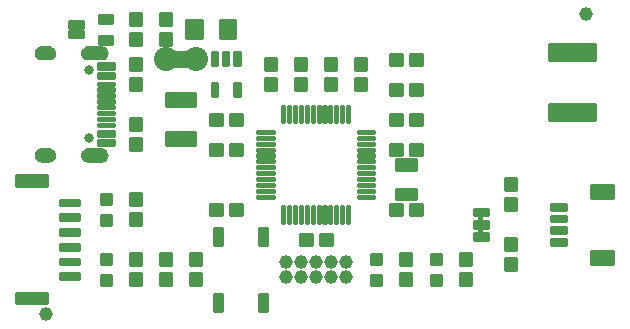
<source format=gts>
G04 EAGLE Gerber RS-274X export*
G75*
%MOMM*%
%FSLAX34Y34*%
%LPD*%
%INSoldermask Top*%
%IPPOS*%
%AMOC8*
5,1,8,0,0,1.08239X$1,22.5*%
G01*
%ADD10C,1.152400*%
%ADD11C,0.253525*%
%ADD12C,0.252862*%
%ADD13C,0.248381*%
%ADD14C,0.251966*%
%ADD15C,2.032000*%
%ADD16C,0.243431*%
%ADD17C,0.449434*%
%ADD18C,0.253344*%
%ADD19C,0.255816*%
%ADD20C,0.802400*%
%ADD21C,0.264381*%
%ADD22C,0.257147*%
%ADD23C,0.255116*%
%ADD24C,0.246888*%

G36*
X73004Y227654D02*
X73004Y227654D01*
X73007Y227651D01*
X74129Y227806D01*
X74134Y227811D01*
X74138Y227808D01*
X75209Y228179D01*
X75213Y228185D01*
X75218Y228183D01*
X76195Y228756D01*
X76198Y228762D01*
X76203Y228761D01*
X77050Y229514D01*
X77052Y229521D01*
X77057Y229521D01*
X77741Y230424D01*
X77741Y230431D01*
X77746Y230432D01*
X78241Y231451D01*
X78239Y231458D01*
X78244Y231460D01*
X78531Y232557D01*
X78529Y232561D01*
X78531Y232562D01*
X78529Y232564D01*
X78532Y232566D01*
X78599Y233697D01*
X78597Y233701D01*
X78599Y233703D01*
X78532Y234834D01*
X78527Y234839D01*
X78531Y234843D01*
X78244Y235940D01*
X78238Y235944D01*
X78241Y235949D01*
X77746Y236968D01*
X77740Y236971D01*
X77741Y236976D01*
X77057Y237879D01*
X77050Y237881D01*
X77050Y237886D01*
X76203Y238639D01*
X76196Y238639D01*
X76195Y238644D01*
X75218Y239217D01*
X75211Y239216D01*
X75209Y239221D01*
X74138Y239592D01*
X74132Y239589D01*
X74129Y239594D01*
X73007Y239749D01*
X73002Y239746D01*
X73000Y239749D01*
X61000Y239749D01*
X60995Y239746D01*
X60992Y239749D01*
X59725Y239544D01*
X59719Y239538D01*
X59715Y239541D01*
X58525Y239059D01*
X58521Y239052D01*
X58515Y239054D01*
X57462Y238320D01*
X57460Y238312D01*
X57454Y238313D01*
X56591Y237363D01*
X56590Y237354D01*
X56585Y237354D01*
X55955Y236235D01*
X55956Y236227D01*
X55950Y236225D01*
X55585Y234995D01*
X55588Y234987D01*
X55583Y234984D01*
X55501Y233703D01*
X55504Y233699D01*
X55501Y233697D01*
X55583Y232416D01*
X55589Y232410D01*
X55585Y232405D01*
X55950Y231175D01*
X55957Y231170D01*
X55955Y231165D01*
X56585Y230046D01*
X56592Y230043D01*
X56591Y230037D01*
X57454Y229087D01*
X57462Y229086D01*
X57462Y229080D01*
X58515Y228346D01*
X58523Y228346D01*
X58525Y228341D01*
X59715Y227859D01*
X59722Y227861D01*
X59725Y227856D01*
X60992Y227651D01*
X60997Y227654D01*
X61000Y227651D01*
X73000Y227651D01*
X73004Y227654D01*
G37*
G36*
X73004Y141254D02*
X73004Y141254D01*
X73007Y141251D01*
X74129Y141406D01*
X74134Y141411D01*
X74138Y141408D01*
X75209Y141779D01*
X75213Y141785D01*
X75218Y141783D01*
X76195Y142356D01*
X76198Y142362D01*
X76203Y142361D01*
X77050Y143114D01*
X77052Y143121D01*
X77057Y143121D01*
X77741Y144024D01*
X77741Y144031D01*
X77746Y144032D01*
X78241Y145051D01*
X78239Y145058D01*
X78244Y145060D01*
X78531Y146157D01*
X78529Y146161D01*
X78531Y146162D01*
X78529Y146164D01*
X78532Y146166D01*
X78599Y147297D01*
X78597Y147301D01*
X78599Y147303D01*
X78532Y148434D01*
X78527Y148439D01*
X78531Y148443D01*
X78244Y149540D01*
X78238Y149544D01*
X78241Y149549D01*
X77746Y150568D01*
X77740Y150571D01*
X77741Y150576D01*
X77057Y151479D01*
X77050Y151481D01*
X77050Y151486D01*
X76203Y152239D01*
X76196Y152239D01*
X76195Y152244D01*
X75218Y152817D01*
X75211Y152816D01*
X75209Y152821D01*
X74138Y153192D01*
X74132Y153189D01*
X74129Y153194D01*
X73007Y153349D01*
X73002Y153346D01*
X73000Y153349D01*
X61000Y153349D01*
X60995Y153346D01*
X60992Y153349D01*
X59725Y153144D01*
X59719Y153138D01*
X59715Y153141D01*
X58525Y152659D01*
X58521Y152652D01*
X58515Y152654D01*
X57462Y151920D01*
X57460Y151912D01*
X57454Y151913D01*
X56591Y150963D01*
X56590Y150954D01*
X56585Y150954D01*
X55955Y149835D01*
X55956Y149827D01*
X55950Y149825D01*
X55585Y148595D01*
X55588Y148587D01*
X55583Y148584D01*
X55501Y147303D01*
X55504Y147299D01*
X55501Y147297D01*
X55583Y146016D01*
X55589Y146010D01*
X55585Y146005D01*
X55950Y144775D01*
X55957Y144770D01*
X55955Y144765D01*
X56585Y143646D01*
X56592Y143643D01*
X56591Y143637D01*
X57454Y142687D01*
X57462Y142686D01*
X57462Y142680D01*
X58515Y141946D01*
X58523Y141946D01*
X58525Y141941D01*
X59715Y141459D01*
X59722Y141461D01*
X59725Y141456D01*
X60992Y141251D01*
X60997Y141254D01*
X61000Y141251D01*
X73000Y141251D01*
X73004Y141254D01*
G37*
G36*
X28203Y227653D02*
X28203Y227653D01*
X28205Y227651D01*
X29381Y227762D01*
X29386Y227767D01*
X29390Y227764D01*
X30522Y228102D01*
X30526Y228108D01*
X30531Y228106D01*
X31575Y228658D01*
X31578Y228665D01*
X31583Y228663D01*
X32499Y229409D01*
X32500Y229416D01*
X32506Y229416D01*
X33259Y230326D01*
X33259Y230333D01*
X33264Y230334D01*
X33825Y231373D01*
X33824Y231378D01*
X33828Y231380D01*
X33827Y231381D01*
X33829Y231382D01*
X34176Y232511D01*
X34176Y232512D01*
X34177Y232513D01*
X34174Y232517D01*
X34178Y232520D01*
X34299Y233695D01*
X34295Y233702D01*
X34299Y233706D01*
X34142Y235046D01*
X34137Y235052D01*
X34140Y235057D01*
X33689Y236328D01*
X33682Y236333D01*
X33684Y236338D01*
X32962Y237477D01*
X32954Y237480D01*
X32955Y237486D01*
X31997Y238436D01*
X31989Y238437D01*
X31988Y238443D01*
X30843Y239156D01*
X30835Y239155D01*
X30833Y239161D01*
X29557Y239601D01*
X29550Y239599D01*
X29547Y239603D01*
X28205Y239749D01*
X28202Y239747D01*
X28200Y239749D01*
X22200Y239749D01*
X22197Y239747D01*
X22194Y239749D01*
X20865Y239594D01*
X20859Y239588D01*
X20855Y239591D01*
X19594Y239144D01*
X19589Y239137D01*
X19584Y239139D01*
X18454Y238422D01*
X18451Y238415D01*
X18445Y238416D01*
X17503Y237466D01*
X17502Y237457D01*
X17496Y237457D01*
X16789Y236321D01*
X16790Y236313D01*
X16784Y236311D01*
X16348Y235046D01*
X16350Y235038D01*
X16345Y235036D01*
X16201Y233705D01*
X16205Y233699D01*
X16201Y233695D01*
X16311Y232529D01*
X16316Y232524D01*
X16313Y232520D01*
X16648Y231397D01*
X16654Y231393D01*
X16652Y231389D01*
X17200Y230353D01*
X17206Y230350D01*
X17205Y230345D01*
X17944Y229437D01*
X17951Y229435D01*
X17951Y229430D01*
X18853Y228683D01*
X18861Y228683D01*
X18861Y228678D01*
X19892Y228121D01*
X19899Y228122D01*
X19901Y228117D01*
X21020Y227773D01*
X21027Y227775D01*
X21030Y227771D01*
X22195Y227651D01*
X22198Y227653D01*
X22200Y227651D01*
X28200Y227651D01*
X28203Y227653D01*
G37*
G36*
X28203Y141253D02*
X28203Y141253D01*
X28205Y141251D01*
X29381Y141362D01*
X29386Y141367D01*
X29390Y141364D01*
X30522Y141702D01*
X30526Y141708D01*
X30531Y141706D01*
X31575Y142258D01*
X31578Y142265D01*
X31583Y142263D01*
X32499Y143009D01*
X32500Y143016D01*
X32506Y143016D01*
X33259Y143926D01*
X33259Y143933D01*
X33264Y143934D01*
X33825Y144973D01*
X33824Y144978D01*
X33828Y144980D01*
X33827Y144981D01*
X33829Y144982D01*
X34176Y146111D01*
X34176Y146112D01*
X34177Y146113D01*
X34174Y146117D01*
X34178Y146120D01*
X34299Y147295D01*
X34295Y147302D01*
X34299Y147306D01*
X34142Y148646D01*
X34137Y148652D01*
X34140Y148657D01*
X33689Y149928D01*
X33682Y149933D01*
X33684Y149938D01*
X32962Y151077D01*
X32954Y151080D01*
X32955Y151086D01*
X31997Y152036D01*
X31989Y152037D01*
X31988Y152043D01*
X30843Y152756D01*
X30835Y152755D01*
X30833Y152761D01*
X29557Y153201D01*
X29550Y153199D01*
X29547Y153203D01*
X28205Y153349D01*
X28202Y153347D01*
X28200Y153349D01*
X22200Y153349D01*
X22197Y153347D01*
X22194Y153349D01*
X20865Y153194D01*
X20859Y153188D01*
X20855Y153191D01*
X19594Y152744D01*
X19589Y152737D01*
X19584Y152739D01*
X18454Y152022D01*
X18451Y152015D01*
X18445Y152016D01*
X17503Y151066D01*
X17502Y151057D01*
X17496Y151057D01*
X16789Y149921D01*
X16790Y149913D01*
X16784Y149911D01*
X16348Y148646D01*
X16350Y148638D01*
X16345Y148636D01*
X16201Y147305D01*
X16205Y147299D01*
X16201Y147295D01*
X16311Y146129D01*
X16316Y146124D01*
X16313Y146120D01*
X16648Y144997D01*
X16654Y144993D01*
X16652Y144989D01*
X17200Y143953D01*
X17206Y143950D01*
X17205Y143945D01*
X17944Y143037D01*
X17951Y143035D01*
X17951Y143030D01*
X18853Y142283D01*
X18861Y142283D01*
X18861Y142278D01*
X19892Y141721D01*
X19899Y141722D01*
X19901Y141717D01*
X21020Y141373D01*
X21027Y141375D01*
X21030Y141371D01*
X22195Y141251D01*
X22198Y141253D01*
X22200Y141251D01*
X28200Y141251D01*
X28203Y141253D01*
G37*
G36*
X141670Y221373D02*
X141670Y221373D01*
X141736Y221375D01*
X141779Y221393D01*
X141826Y221401D01*
X141883Y221435D01*
X141943Y221460D01*
X141978Y221491D01*
X142019Y221516D01*
X142061Y221567D01*
X142109Y221611D01*
X142131Y221653D01*
X142160Y221690D01*
X142181Y221752D01*
X142212Y221811D01*
X142220Y221865D01*
X142232Y221902D01*
X142231Y221942D01*
X142239Y221996D01*
X142239Y235204D01*
X142228Y235269D01*
X142226Y235335D01*
X142208Y235378D01*
X142200Y235425D01*
X142166Y235482D01*
X142141Y235542D01*
X142110Y235577D01*
X142085Y235618D01*
X142034Y235660D01*
X141990Y235708D01*
X141948Y235730D01*
X141911Y235759D01*
X141849Y235780D01*
X141790Y235811D01*
X141736Y235819D01*
X141699Y235831D01*
X141659Y235830D01*
X141605Y235838D01*
X137795Y235838D01*
X137730Y235827D01*
X137664Y235825D01*
X137621Y235807D01*
X137574Y235799D01*
X137517Y235765D01*
X137457Y235740D01*
X137422Y235709D01*
X137381Y235684D01*
X137340Y235633D01*
X137291Y235589D01*
X137269Y235547D01*
X137240Y235510D01*
X137219Y235448D01*
X137188Y235389D01*
X137180Y235335D01*
X137168Y235298D01*
X137169Y235258D01*
X137161Y235204D01*
X137161Y221996D01*
X137172Y221931D01*
X137174Y221865D01*
X137192Y221822D01*
X137200Y221775D01*
X137234Y221718D01*
X137259Y221658D01*
X137290Y221623D01*
X137315Y221582D01*
X137366Y221541D01*
X137410Y221492D01*
X137452Y221470D01*
X137489Y221441D01*
X137551Y221420D01*
X137610Y221389D01*
X137664Y221381D01*
X137701Y221369D01*
X137741Y221370D01*
X137795Y221362D01*
X141605Y221362D01*
X141670Y221373D01*
G37*
G36*
X395035Y91452D02*
X395035Y91452D01*
X395101Y91454D01*
X395144Y91472D01*
X395191Y91480D01*
X395248Y91514D01*
X395308Y91539D01*
X395343Y91570D01*
X395384Y91595D01*
X395426Y91646D01*
X395474Y91690D01*
X395496Y91732D01*
X395525Y91769D01*
X395546Y91831D01*
X395577Y91890D01*
X395585Y91944D01*
X395597Y91981D01*
X395596Y92021D01*
X395604Y92075D01*
X395604Y95885D01*
X395593Y95950D01*
X395591Y96016D01*
X395573Y96059D01*
X395565Y96106D01*
X395531Y96163D01*
X395506Y96223D01*
X395475Y96258D01*
X395450Y96299D01*
X395399Y96341D01*
X395355Y96389D01*
X395313Y96411D01*
X395276Y96440D01*
X395214Y96461D01*
X395155Y96492D01*
X395101Y96500D01*
X395064Y96512D01*
X395024Y96511D01*
X394970Y96519D01*
X392430Y96519D01*
X392365Y96508D01*
X392299Y96506D01*
X392256Y96488D01*
X392209Y96480D01*
X392152Y96446D01*
X392092Y96421D01*
X392057Y96390D01*
X392016Y96365D01*
X391975Y96314D01*
X391926Y96270D01*
X391904Y96228D01*
X391875Y96191D01*
X391854Y96129D01*
X391823Y96070D01*
X391815Y96016D01*
X391803Y95979D01*
X391803Y95975D01*
X391803Y95974D01*
X391804Y95939D01*
X391796Y95885D01*
X391796Y92075D01*
X391807Y92010D01*
X391809Y91944D01*
X391827Y91901D01*
X391835Y91854D01*
X391869Y91797D01*
X391894Y91737D01*
X391925Y91702D01*
X391950Y91661D01*
X392001Y91620D01*
X392045Y91571D01*
X392087Y91549D01*
X392124Y91520D01*
X392186Y91499D01*
X392245Y91468D01*
X392299Y91460D01*
X392336Y91448D01*
X392376Y91449D01*
X392430Y91441D01*
X394970Y91441D01*
X395035Y91452D01*
G37*
G36*
X395035Y81292D02*
X395035Y81292D01*
X395101Y81294D01*
X395144Y81312D01*
X395191Y81320D01*
X395248Y81354D01*
X395308Y81379D01*
X395343Y81410D01*
X395384Y81435D01*
X395426Y81486D01*
X395474Y81530D01*
X395496Y81572D01*
X395525Y81609D01*
X395546Y81671D01*
X395577Y81730D01*
X395585Y81784D01*
X395597Y81821D01*
X395596Y81861D01*
X395604Y81915D01*
X395604Y85725D01*
X395593Y85790D01*
X395591Y85856D01*
X395573Y85899D01*
X395565Y85946D01*
X395531Y86003D01*
X395506Y86063D01*
X395475Y86098D01*
X395450Y86139D01*
X395399Y86181D01*
X395355Y86229D01*
X395313Y86251D01*
X395276Y86280D01*
X395214Y86301D01*
X395155Y86332D01*
X395101Y86340D01*
X395064Y86352D01*
X395024Y86351D01*
X394970Y86359D01*
X392430Y86359D01*
X392365Y86348D01*
X392299Y86346D01*
X392256Y86328D01*
X392209Y86320D01*
X392152Y86286D01*
X392092Y86261D01*
X392057Y86230D01*
X392016Y86205D01*
X391975Y86154D01*
X391926Y86110D01*
X391904Y86068D01*
X391875Y86031D01*
X391854Y85969D01*
X391823Y85910D01*
X391815Y85856D01*
X391803Y85819D01*
X391803Y85815D01*
X391803Y85814D01*
X391804Y85779D01*
X391796Y85725D01*
X391796Y81915D01*
X391807Y81850D01*
X391809Y81784D01*
X391827Y81741D01*
X391835Y81694D01*
X391869Y81637D01*
X391894Y81577D01*
X391925Y81542D01*
X391950Y81501D01*
X392001Y81460D01*
X392045Y81411D01*
X392087Y81389D01*
X392124Y81360D01*
X392186Y81339D01*
X392245Y81308D01*
X392299Y81300D01*
X392336Y81288D01*
X392376Y81289D01*
X392430Y81281D01*
X394970Y81281D01*
X395035Y81292D01*
G37*
D10*
X482600Y266700D03*
X25400Y12700D03*
D11*
X181305Y182295D02*
X191295Y182295D01*
X191295Y173305D01*
X181305Y173305D01*
X181305Y182295D01*
X181305Y175713D02*
X191295Y175713D01*
X191295Y178121D02*
X181305Y178121D01*
X181305Y180529D02*
X191295Y180529D01*
X174295Y182295D02*
X164305Y182295D01*
X174295Y182295D02*
X174295Y173305D01*
X164305Y173305D01*
X164305Y182295D01*
X164305Y175713D02*
X174295Y175713D01*
X174295Y178121D02*
X164305Y178121D01*
X164305Y180529D02*
X174295Y180529D01*
X174295Y147905D02*
X164305Y147905D01*
X164305Y156895D01*
X174295Y156895D01*
X174295Y147905D01*
X174295Y150313D02*
X164305Y150313D01*
X164305Y152721D02*
X174295Y152721D01*
X174295Y155129D02*
X164305Y155129D01*
X181305Y147905D02*
X191295Y147905D01*
X181305Y147905D02*
X181305Y156895D01*
X191295Y156895D01*
X191295Y147905D01*
X191295Y150313D02*
X181305Y150313D01*
X181305Y152721D02*
X191295Y152721D01*
X191295Y155129D02*
X181305Y155129D01*
D12*
X185052Y234399D02*
X189548Y234399D01*
X189548Y223403D01*
X185052Y223403D01*
X185052Y234399D01*
X185052Y225806D02*
X189548Y225806D01*
X189548Y228209D02*
X185052Y228209D01*
X185052Y230612D02*
X189548Y230612D01*
X189548Y233015D02*
X185052Y233015D01*
X180048Y234399D02*
X175552Y234399D01*
X180048Y234399D02*
X180048Y223403D01*
X175552Y223403D01*
X175552Y234399D01*
X175552Y225806D02*
X180048Y225806D01*
X180048Y228209D02*
X175552Y228209D01*
X175552Y230612D02*
X180048Y230612D01*
X180048Y233015D02*
X175552Y233015D01*
X170548Y234399D02*
X166052Y234399D01*
X170548Y234399D02*
X170548Y223403D01*
X166052Y223403D01*
X166052Y234399D01*
X166052Y225806D02*
X170548Y225806D01*
X170548Y228209D02*
X166052Y228209D01*
X166052Y230612D02*
X170548Y230612D01*
X170548Y233015D02*
X166052Y233015D01*
X166052Y208397D02*
X170548Y208397D01*
X170548Y197401D01*
X166052Y197401D01*
X166052Y208397D01*
X166052Y199804D02*
X170548Y199804D01*
X170548Y202207D02*
X166052Y202207D01*
X166052Y204610D02*
X170548Y204610D01*
X170548Y207013D02*
X166052Y207013D01*
X185052Y208397D02*
X189548Y208397D01*
X189548Y197401D01*
X185052Y197401D01*
X185052Y208397D01*
X185052Y199804D02*
X189548Y199804D01*
X189548Y202207D02*
X185052Y202207D01*
X185052Y204610D02*
X189548Y204610D01*
X189548Y207013D02*
X185052Y207013D01*
D11*
X131495Y47295D02*
X131495Y37305D01*
X122505Y37305D01*
X122505Y47295D01*
X131495Y47295D01*
X131495Y39713D02*
X122505Y39713D01*
X122505Y42121D02*
X131495Y42121D01*
X131495Y44529D02*
X122505Y44529D01*
X122505Y46937D02*
X131495Y46937D01*
X131495Y54305D02*
X131495Y64295D01*
X131495Y54305D02*
X122505Y54305D01*
X122505Y64295D01*
X131495Y64295D01*
X131495Y56713D02*
X122505Y56713D01*
X122505Y59121D02*
X131495Y59121D01*
X131495Y61529D02*
X122505Y61529D01*
X122505Y63937D02*
X131495Y63937D01*
X211405Y219405D02*
X211405Y229395D01*
X220395Y229395D01*
X220395Y219405D01*
X211405Y219405D01*
X211405Y221813D02*
X220395Y221813D01*
X220395Y224221D02*
X211405Y224221D01*
X211405Y226629D02*
X220395Y226629D01*
X220395Y229037D02*
X211405Y229037D01*
X211405Y212395D02*
X211405Y202405D01*
X211405Y212395D02*
X220395Y212395D01*
X220395Y202405D01*
X211405Y202405D01*
X211405Y204813D02*
X220395Y204813D01*
X220395Y207221D02*
X211405Y207221D01*
X211405Y209629D02*
X220395Y209629D01*
X220395Y212037D02*
X211405Y212037D01*
X296595Y212395D02*
X296595Y202405D01*
X287605Y202405D01*
X287605Y212395D01*
X296595Y212395D01*
X296595Y204813D02*
X287605Y204813D01*
X287605Y207221D02*
X296595Y207221D01*
X296595Y209629D02*
X287605Y209629D01*
X287605Y212037D02*
X296595Y212037D01*
X296595Y219405D02*
X296595Y229395D01*
X296595Y219405D02*
X287605Y219405D01*
X287605Y229395D01*
X296595Y229395D01*
X296595Y221813D02*
X287605Y221813D01*
X287605Y224221D02*
X296595Y224221D01*
X296595Y226629D02*
X287605Y226629D01*
X287605Y229037D02*
X296595Y229037D01*
X245795Y212395D02*
X245795Y202405D01*
X236805Y202405D01*
X236805Y212395D01*
X245795Y212395D01*
X245795Y204813D02*
X236805Y204813D01*
X236805Y207221D02*
X245795Y207221D01*
X245795Y209629D02*
X236805Y209629D01*
X236805Y212037D02*
X245795Y212037D01*
X245795Y219405D02*
X245795Y229395D01*
X245795Y219405D02*
X236805Y219405D01*
X236805Y229395D01*
X245795Y229395D01*
X245795Y221813D02*
X236805Y221813D01*
X236805Y224221D02*
X245795Y224221D01*
X245795Y226629D02*
X236805Y226629D01*
X236805Y229037D02*
X245795Y229037D01*
X131495Y240505D02*
X131495Y250495D01*
X131495Y240505D02*
X122505Y240505D01*
X122505Y250495D01*
X131495Y250495D01*
X131495Y242913D02*
X122505Y242913D01*
X122505Y245321D02*
X131495Y245321D01*
X131495Y247729D02*
X122505Y247729D01*
X122505Y250137D02*
X131495Y250137D01*
X131495Y257505D02*
X131495Y267495D01*
X131495Y257505D02*
X122505Y257505D01*
X122505Y267495D01*
X131495Y267495D01*
X131495Y259913D02*
X122505Y259913D01*
X122505Y262321D02*
X131495Y262321D01*
X131495Y264729D02*
X122505Y264729D01*
X122505Y267137D02*
X131495Y267137D01*
X106095Y250495D02*
X106095Y240505D01*
X97105Y240505D01*
X97105Y250495D01*
X106095Y250495D01*
X106095Y242913D02*
X97105Y242913D01*
X97105Y245321D02*
X106095Y245321D01*
X106095Y247729D02*
X97105Y247729D01*
X97105Y250137D02*
X106095Y250137D01*
X106095Y257505D02*
X106095Y267495D01*
X106095Y257505D02*
X97105Y257505D01*
X97105Y267495D01*
X106095Y267495D01*
X106095Y259913D02*
X97105Y259913D01*
X97105Y262321D02*
X106095Y262321D01*
X106095Y264729D02*
X97105Y264729D01*
X97105Y267137D02*
X106095Y267137D01*
D13*
X172580Y261520D02*
X172580Y246480D01*
X172580Y261520D02*
X185620Y261520D01*
X185620Y246480D01*
X172580Y246480D01*
X172580Y248840D02*
X185620Y248840D01*
X185620Y251200D02*
X172580Y251200D01*
X172580Y253560D02*
X185620Y253560D01*
X185620Y255920D02*
X172580Y255920D01*
X172580Y258280D02*
X185620Y258280D01*
X185620Y260640D02*
X172580Y260640D01*
X144580Y261520D02*
X144580Y246480D01*
X144580Y261520D02*
X157620Y261520D01*
X157620Y246480D01*
X144580Y246480D01*
X144580Y248840D02*
X157620Y248840D01*
X157620Y251200D02*
X144580Y251200D01*
X144580Y253560D02*
X157620Y253560D01*
X157620Y255920D02*
X144580Y255920D01*
X144580Y258280D02*
X157620Y258280D01*
X157620Y260640D02*
X144580Y260640D01*
D14*
X137297Y222748D02*
X131943Y222748D01*
X131943Y234452D01*
X137297Y234452D01*
X137297Y222748D01*
X137297Y225142D02*
X131943Y225142D01*
X131943Y227536D02*
X137297Y227536D01*
X137297Y229930D02*
X131943Y229930D01*
X131943Y232324D02*
X137297Y232324D01*
X142103Y222748D02*
X147457Y222748D01*
X142103Y222748D02*
X142103Y234452D01*
X147457Y234452D01*
X147457Y222748D01*
X147457Y225142D02*
X142103Y225142D01*
X142103Y227536D02*
X147457Y227536D01*
X147457Y229930D02*
X142103Y229930D01*
X142103Y232324D02*
X147457Y232324D01*
D15*
X127000Y228600D03*
X152400Y228600D03*
D16*
X151745Y166845D02*
X127655Y166845D01*
X151745Y166845D02*
X151745Y155755D01*
X127655Y155755D01*
X127655Y166845D01*
X127655Y158067D02*
X151745Y158067D01*
X151745Y160379D02*
X127655Y160379D01*
X127655Y162691D02*
X151745Y162691D01*
X151745Y165003D02*
X127655Y165003D01*
X127655Y199845D02*
X151745Y199845D01*
X151745Y188755D01*
X127655Y188755D01*
X127655Y199845D01*
X127655Y191067D02*
X151745Y191067D01*
X151745Y193379D02*
X127655Y193379D01*
X127655Y195691D02*
X151745Y195691D01*
X151745Y198003D02*
X127655Y198003D01*
D11*
X316705Y198705D02*
X326695Y198705D01*
X316705Y198705D02*
X316705Y207695D01*
X326695Y207695D01*
X326695Y198705D01*
X326695Y201113D02*
X316705Y201113D01*
X316705Y203521D02*
X326695Y203521D01*
X326695Y205929D02*
X316705Y205929D01*
X333705Y198705D02*
X343695Y198705D01*
X333705Y198705D02*
X333705Y207695D01*
X343695Y207695D01*
X343695Y198705D01*
X343695Y201113D02*
X333705Y201113D01*
X333705Y203521D02*
X343695Y203521D01*
X343695Y205929D02*
X333705Y205929D01*
X333705Y233095D02*
X343695Y233095D01*
X343695Y224105D01*
X333705Y224105D01*
X333705Y233095D01*
X333705Y226513D02*
X343695Y226513D01*
X343695Y228921D02*
X333705Y228921D01*
X333705Y231329D02*
X343695Y231329D01*
X326695Y233095D02*
X316705Y233095D01*
X326695Y233095D02*
X326695Y224105D01*
X316705Y224105D01*
X316705Y233095D01*
X316705Y226513D02*
X326695Y226513D01*
X326695Y228921D02*
X316705Y228921D01*
X316705Y231329D02*
X326695Y231329D01*
D17*
X79715Y56055D02*
X72685Y56055D01*
X72685Y63085D01*
X79715Y63085D01*
X79715Y56055D01*
X79715Y60324D02*
X72685Y60324D01*
X72685Y38515D02*
X79715Y38515D01*
X72685Y38515D02*
X72685Y45545D01*
X79715Y45545D01*
X79715Y38515D01*
X79715Y42784D02*
X72685Y42784D01*
D11*
X106095Y47295D02*
X106095Y37305D01*
X97105Y37305D01*
X97105Y47295D01*
X106095Y47295D01*
X106095Y39713D02*
X97105Y39713D01*
X97105Y42121D02*
X106095Y42121D01*
X106095Y44529D02*
X97105Y44529D01*
X97105Y46937D02*
X106095Y46937D01*
X106095Y54305D02*
X106095Y64295D01*
X106095Y54305D02*
X97105Y54305D01*
X97105Y64295D01*
X106095Y64295D01*
X106095Y56713D02*
X97105Y56713D01*
X97105Y59121D02*
X106095Y59121D01*
X106095Y61529D02*
X97105Y61529D01*
X97105Y63937D02*
X106095Y63937D01*
X97105Y105105D02*
X97105Y115095D01*
X106095Y115095D01*
X106095Y105105D01*
X97105Y105105D01*
X97105Y107513D02*
X106095Y107513D01*
X106095Y109921D02*
X97105Y109921D01*
X97105Y112329D02*
X106095Y112329D01*
X106095Y114737D02*
X97105Y114737D01*
X97105Y98095D02*
X97105Y88105D01*
X97105Y98095D02*
X106095Y98095D01*
X106095Y88105D01*
X97105Y88105D01*
X97105Y90513D02*
X106095Y90513D01*
X106095Y92921D02*
X97105Y92921D01*
X97105Y95329D02*
X106095Y95329D01*
X106095Y97737D02*
X97105Y97737D01*
D17*
X79715Y96345D02*
X72685Y96345D01*
X79715Y96345D02*
X79715Y89315D01*
X72685Y89315D01*
X72685Y96345D01*
X72685Y93584D02*
X79715Y93584D01*
X79715Y113885D02*
X72685Y113885D01*
X79715Y113885D02*
X79715Y106855D01*
X72685Y106855D01*
X72685Y113885D01*
X72685Y111124D02*
X79715Y111124D01*
D18*
X69454Y182004D02*
X69454Y183996D01*
X82946Y183996D01*
X82946Y182004D01*
X69454Y182004D01*
X69454Y187004D02*
X69454Y188996D01*
X82946Y188996D01*
X82946Y187004D01*
X69454Y187004D01*
D19*
X69467Y160733D02*
X69467Y155767D01*
X69467Y160733D02*
X82933Y160733D01*
X82933Y155767D01*
X69467Y155767D01*
X69467Y158197D02*
X82933Y158197D01*
X82933Y160627D02*
X69467Y160627D01*
D12*
X69452Y163752D02*
X69452Y168248D01*
X82948Y168248D01*
X82948Y163752D01*
X69452Y163752D01*
X69452Y166155D02*
X82948Y166155D01*
D18*
X69454Y172004D02*
X69454Y173996D01*
X82946Y173996D01*
X82946Y172004D01*
X69454Y172004D01*
X69454Y177004D02*
X69454Y178996D01*
X82946Y178996D01*
X82946Y177004D01*
X69454Y177004D01*
X82946Y197004D02*
X82946Y198996D01*
X82946Y197004D02*
X69454Y197004D01*
X69454Y198996D01*
X82946Y198996D01*
X82946Y193996D02*
X82946Y192004D01*
X69454Y192004D01*
X69454Y193996D01*
X82946Y193996D01*
D19*
X82933Y220267D02*
X82933Y225233D01*
X82933Y220267D02*
X69467Y220267D01*
X69467Y225233D01*
X82933Y225233D01*
X82933Y222697D02*
X69467Y222697D01*
X69467Y225127D02*
X82933Y225127D01*
D12*
X82948Y217248D02*
X82948Y212752D01*
X69452Y212752D01*
X69452Y217248D01*
X82948Y217248D01*
X82948Y215155D02*
X69452Y215155D01*
D18*
X82946Y208996D02*
X82946Y207004D01*
X69454Y207004D01*
X69454Y208996D01*
X82946Y208996D01*
X82946Y203996D02*
X82946Y202004D01*
X69454Y202004D01*
X69454Y203996D01*
X82946Y203996D01*
D20*
X61750Y219400D03*
X61750Y161600D03*
D11*
X106095Y161595D02*
X106095Y151605D01*
X97105Y151605D01*
X97105Y161595D01*
X106095Y161595D01*
X106095Y154013D02*
X97105Y154013D01*
X97105Y156421D02*
X106095Y156421D01*
X106095Y158829D02*
X97105Y158829D01*
X97105Y161237D02*
X106095Y161237D01*
X106095Y168605D02*
X106095Y178595D01*
X106095Y168605D02*
X97105Y168605D01*
X97105Y178595D01*
X106095Y178595D01*
X106095Y171013D02*
X97105Y171013D01*
X97105Y173421D02*
X106095Y173421D01*
X106095Y175829D02*
X97105Y175829D01*
X97105Y178237D02*
X106095Y178237D01*
X97105Y219405D02*
X97105Y229395D01*
X106095Y229395D01*
X106095Y219405D01*
X97105Y219405D01*
X97105Y221813D02*
X106095Y221813D01*
X106095Y224221D02*
X97105Y224221D01*
X97105Y226629D02*
X106095Y226629D01*
X106095Y229037D02*
X97105Y229037D01*
X97105Y212395D02*
X97105Y202405D01*
X97105Y212395D02*
X106095Y212395D01*
X106095Y202405D01*
X97105Y202405D01*
X97105Y204813D02*
X106095Y204813D01*
X106095Y207221D02*
X97105Y207221D01*
X97105Y209629D02*
X106095Y209629D01*
X106095Y212037D02*
X97105Y212037D01*
D14*
X44948Y255387D02*
X44948Y260741D01*
X56652Y260741D01*
X56652Y255387D01*
X44948Y255387D01*
X44948Y257781D02*
X56652Y257781D01*
X56652Y260175D02*
X44948Y260175D01*
X44948Y252613D02*
X44948Y247259D01*
X44948Y252613D02*
X56652Y252613D01*
X56652Y247259D01*
X44948Y247259D01*
X44948Y249653D02*
X56652Y249653D01*
X56652Y252047D02*
X44948Y252047D01*
D21*
X490610Y191090D02*
X490610Y177210D01*
X451730Y177210D01*
X451730Y191090D01*
X490610Y191090D01*
X490610Y179722D02*
X451730Y179722D01*
X451730Y182234D02*
X490610Y182234D01*
X490610Y184746D02*
X451730Y184746D01*
X451730Y187258D02*
X490610Y187258D01*
X490610Y189770D02*
X451730Y189770D01*
X490610Y228010D02*
X490610Y241890D01*
X490610Y228010D02*
X451730Y228010D01*
X451730Y241890D01*
X490610Y241890D01*
X490610Y230522D02*
X451730Y230522D01*
X451730Y233034D02*
X490610Y233034D01*
X490610Y235546D02*
X451730Y235546D01*
X451730Y238058D02*
X490610Y238058D01*
X490610Y240570D02*
X451730Y240570D01*
D19*
X53683Y109933D02*
X53683Y104967D01*
X37717Y104967D01*
X37717Y109933D01*
X53683Y109933D01*
X53683Y107397D02*
X37717Y107397D01*
X37717Y109827D02*
X53683Y109827D01*
D11*
X26695Y30945D02*
X705Y30945D01*
X26695Y30945D02*
X26695Y21955D01*
X705Y21955D01*
X705Y30945D01*
X705Y24363D02*
X26695Y24363D01*
X26695Y26771D02*
X705Y26771D01*
X705Y29179D02*
X26695Y29179D01*
X26695Y130445D02*
X705Y130445D01*
X26695Y130445D02*
X26695Y121455D01*
X705Y121455D01*
X705Y130445D01*
X705Y123863D02*
X26695Y123863D01*
X26695Y126271D02*
X705Y126271D01*
X705Y128679D02*
X26695Y128679D01*
D19*
X53683Y97433D02*
X53683Y92467D01*
X37717Y92467D01*
X37717Y97433D01*
X53683Y97433D01*
X53683Y94897D02*
X37717Y94897D01*
X37717Y97327D02*
X53683Y97327D01*
X53683Y84933D02*
X53683Y79967D01*
X37717Y79967D01*
X37717Y84933D01*
X53683Y84933D01*
X53683Y82397D02*
X37717Y82397D01*
X37717Y84827D02*
X53683Y84827D01*
X53683Y72433D02*
X53683Y67467D01*
X37717Y67467D01*
X37717Y72433D01*
X53683Y72433D01*
X53683Y69897D02*
X37717Y69897D01*
X37717Y72327D02*
X53683Y72327D01*
X53683Y59933D02*
X53683Y54967D01*
X37717Y54967D01*
X37717Y59933D01*
X53683Y59933D01*
X53683Y57397D02*
X37717Y57397D01*
X37717Y59827D02*
X53683Y59827D01*
X53683Y47433D02*
X53683Y42467D01*
X37717Y42467D01*
X37717Y47433D01*
X53683Y47433D01*
X53683Y44897D02*
X37717Y44897D01*
X37717Y47327D02*
X53683Y47327D01*
D22*
X70723Y259523D02*
X70723Y266477D01*
X81677Y266477D01*
X81677Y259523D01*
X70723Y259523D01*
X70723Y261965D02*
X81677Y261965D01*
X81677Y264407D02*
X70723Y264407D01*
X70723Y248477D02*
X70723Y241523D01*
X70723Y248477D02*
X81677Y248477D01*
X81677Y241523D01*
X70723Y241523D01*
X70723Y243965D02*
X81677Y243965D01*
X81677Y246407D02*
X70723Y246407D01*
D17*
X301285Y45545D02*
X308315Y45545D01*
X308315Y38515D01*
X301285Y38515D01*
X301285Y45545D01*
X301285Y42784D02*
X308315Y42784D01*
X308315Y63085D02*
X301285Y63085D01*
X308315Y63085D02*
X308315Y56055D01*
X301285Y56055D01*
X301285Y63085D01*
X301285Y60324D02*
X308315Y60324D01*
X352085Y45545D02*
X359115Y45545D01*
X359115Y38515D01*
X352085Y38515D01*
X352085Y45545D01*
X352085Y42784D02*
X359115Y42784D01*
X359115Y63085D02*
X352085Y63085D01*
X359115Y63085D02*
X359115Y56055D01*
X352085Y56055D01*
X352085Y63085D01*
X352085Y60324D02*
X359115Y60324D01*
D11*
X376505Y64295D02*
X376505Y54305D01*
X376505Y64295D02*
X385495Y64295D01*
X385495Y54305D01*
X376505Y54305D01*
X376505Y56713D02*
X385495Y56713D01*
X385495Y59121D02*
X376505Y59121D01*
X376505Y61529D02*
X385495Y61529D01*
X385495Y63937D02*
X376505Y63937D01*
X376505Y47295D02*
X376505Y37305D01*
X376505Y47295D02*
X385495Y47295D01*
X385495Y37305D01*
X376505Y37305D01*
X376505Y39713D02*
X385495Y39713D01*
X385495Y42121D02*
X376505Y42121D01*
X376505Y44529D02*
X385495Y44529D01*
X385495Y46937D02*
X376505Y46937D01*
X325705Y54305D02*
X325705Y64295D01*
X334695Y64295D01*
X334695Y54305D01*
X325705Y54305D01*
X325705Y56713D02*
X334695Y56713D01*
X334695Y59121D02*
X325705Y59121D01*
X325705Y61529D02*
X334695Y61529D01*
X334695Y63937D02*
X325705Y63937D01*
X325705Y47295D02*
X325705Y37305D01*
X325705Y47295D02*
X334695Y47295D01*
X334695Y37305D01*
X325705Y37305D01*
X325705Y39713D02*
X334695Y39713D01*
X334695Y42121D02*
X325705Y42121D01*
X325705Y44529D02*
X334695Y44529D01*
X334695Y46937D02*
X325705Y46937D01*
X321705Y135005D02*
X321705Y143995D01*
X338695Y143995D01*
X338695Y135005D01*
X321705Y135005D01*
X321705Y137413D02*
X338695Y137413D01*
X338695Y139821D02*
X321705Y139821D01*
X321705Y142229D02*
X338695Y142229D01*
X321705Y118995D02*
X321705Y110005D01*
X321705Y118995D02*
X338695Y118995D01*
X338695Y110005D01*
X321705Y110005D01*
X321705Y112413D02*
X338695Y112413D01*
X338695Y114821D02*
X321705Y114821D01*
X321705Y117229D02*
X338695Y117229D01*
D23*
X303487Y111313D02*
X289513Y111313D01*
X289513Y113087D01*
X303487Y113087D01*
X303487Y111313D01*
X303487Y116313D02*
X289513Y116313D01*
X289513Y118087D01*
X303487Y118087D01*
X303487Y116313D01*
X303487Y121313D02*
X289513Y121313D01*
X289513Y123087D01*
X303487Y123087D01*
X303487Y121313D01*
X303487Y126313D02*
X289513Y126313D01*
X289513Y128087D01*
X303487Y128087D01*
X303487Y126313D01*
X303487Y131313D02*
X289513Y131313D01*
X289513Y133087D01*
X303487Y133087D01*
X303487Y131313D01*
X303487Y136313D02*
X289513Y136313D01*
X289513Y138087D01*
X303487Y138087D01*
X303487Y136313D01*
X303487Y141313D02*
X289513Y141313D01*
X289513Y143087D01*
X303487Y143087D01*
X303487Y141313D01*
X303487Y146313D02*
X289513Y146313D01*
X289513Y148087D01*
X303487Y148087D01*
X303487Y146313D01*
X303487Y151313D02*
X289513Y151313D01*
X289513Y153087D01*
X303487Y153087D01*
X303487Y151313D01*
X303487Y156313D02*
X289513Y156313D01*
X289513Y158087D01*
X303487Y158087D01*
X303487Y156313D01*
X303487Y161313D02*
X289513Y161313D01*
X289513Y163087D01*
X303487Y163087D01*
X303487Y161313D01*
X303487Y166313D02*
X289513Y166313D01*
X289513Y168087D01*
X303487Y168087D01*
X303487Y166313D01*
X282387Y175213D02*
X282387Y189187D01*
X282387Y175213D02*
X280613Y175213D01*
X280613Y189187D01*
X282387Y189187D01*
X282387Y177636D02*
X280613Y177636D01*
X280613Y180059D02*
X282387Y180059D01*
X282387Y182482D02*
X280613Y182482D01*
X280613Y184905D02*
X282387Y184905D01*
X282387Y187328D02*
X280613Y187328D01*
X277387Y189187D02*
X277387Y175213D01*
X275613Y175213D01*
X275613Y189187D01*
X277387Y189187D01*
X277387Y177636D02*
X275613Y177636D01*
X275613Y180059D02*
X277387Y180059D01*
X277387Y182482D02*
X275613Y182482D01*
X275613Y184905D02*
X277387Y184905D01*
X277387Y187328D02*
X275613Y187328D01*
X272387Y189187D02*
X272387Y175213D01*
X270613Y175213D01*
X270613Y189187D01*
X272387Y189187D01*
X272387Y177636D02*
X270613Y177636D01*
X270613Y180059D02*
X272387Y180059D01*
X272387Y182482D02*
X270613Y182482D01*
X270613Y184905D02*
X272387Y184905D01*
X272387Y187328D02*
X270613Y187328D01*
X267387Y189187D02*
X267387Y175213D01*
X265613Y175213D01*
X265613Y189187D01*
X267387Y189187D01*
X267387Y177636D02*
X265613Y177636D01*
X265613Y180059D02*
X267387Y180059D01*
X267387Y182482D02*
X265613Y182482D01*
X265613Y184905D02*
X267387Y184905D01*
X267387Y187328D02*
X265613Y187328D01*
X262387Y189187D02*
X262387Y175213D01*
X260613Y175213D01*
X260613Y189187D01*
X262387Y189187D01*
X262387Y177636D02*
X260613Y177636D01*
X260613Y180059D02*
X262387Y180059D01*
X262387Y182482D02*
X260613Y182482D01*
X260613Y184905D02*
X262387Y184905D01*
X262387Y187328D02*
X260613Y187328D01*
X257387Y189187D02*
X257387Y175213D01*
X255613Y175213D01*
X255613Y189187D01*
X257387Y189187D01*
X257387Y177636D02*
X255613Y177636D01*
X255613Y180059D02*
X257387Y180059D01*
X257387Y182482D02*
X255613Y182482D01*
X255613Y184905D02*
X257387Y184905D01*
X257387Y187328D02*
X255613Y187328D01*
X252387Y189187D02*
X252387Y175213D01*
X250613Y175213D01*
X250613Y189187D01*
X252387Y189187D01*
X252387Y177636D02*
X250613Y177636D01*
X250613Y180059D02*
X252387Y180059D01*
X252387Y182482D02*
X250613Y182482D01*
X250613Y184905D02*
X252387Y184905D01*
X252387Y187328D02*
X250613Y187328D01*
X247387Y189187D02*
X247387Y175213D01*
X245613Y175213D01*
X245613Y189187D01*
X247387Y189187D01*
X247387Y177636D02*
X245613Y177636D01*
X245613Y180059D02*
X247387Y180059D01*
X247387Y182482D02*
X245613Y182482D01*
X245613Y184905D02*
X247387Y184905D01*
X247387Y187328D02*
X245613Y187328D01*
X242387Y189187D02*
X242387Y175213D01*
X240613Y175213D01*
X240613Y189187D01*
X242387Y189187D01*
X242387Y177636D02*
X240613Y177636D01*
X240613Y180059D02*
X242387Y180059D01*
X242387Y182482D02*
X240613Y182482D01*
X240613Y184905D02*
X242387Y184905D01*
X242387Y187328D02*
X240613Y187328D01*
X237387Y189187D02*
X237387Y175213D01*
X235613Y175213D01*
X235613Y189187D01*
X237387Y189187D01*
X237387Y177636D02*
X235613Y177636D01*
X235613Y180059D02*
X237387Y180059D01*
X237387Y182482D02*
X235613Y182482D01*
X235613Y184905D02*
X237387Y184905D01*
X237387Y187328D02*
X235613Y187328D01*
X232387Y189187D02*
X232387Y175213D01*
X230613Y175213D01*
X230613Y189187D01*
X232387Y189187D01*
X232387Y177636D02*
X230613Y177636D01*
X230613Y180059D02*
X232387Y180059D01*
X232387Y182482D02*
X230613Y182482D01*
X230613Y184905D02*
X232387Y184905D01*
X232387Y187328D02*
X230613Y187328D01*
X227387Y189187D02*
X227387Y175213D01*
X225613Y175213D01*
X225613Y189187D01*
X227387Y189187D01*
X227387Y177636D02*
X225613Y177636D01*
X225613Y180059D02*
X227387Y180059D01*
X227387Y182482D02*
X225613Y182482D01*
X225613Y184905D02*
X227387Y184905D01*
X227387Y187328D02*
X225613Y187328D01*
X218487Y168087D02*
X204513Y168087D01*
X218487Y168087D02*
X218487Y166313D01*
X204513Y166313D01*
X204513Y168087D01*
X204513Y163087D02*
X218487Y163087D01*
X218487Y161313D01*
X204513Y161313D01*
X204513Y163087D01*
X204513Y158087D02*
X218487Y158087D01*
X218487Y156313D01*
X204513Y156313D01*
X204513Y158087D01*
X204513Y153087D02*
X218487Y153087D01*
X218487Y151313D01*
X204513Y151313D01*
X204513Y153087D01*
X204513Y148087D02*
X218487Y148087D01*
X218487Y146313D01*
X204513Y146313D01*
X204513Y148087D01*
X204513Y143087D02*
X218487Y143087D01*
X218487Y141313D01*
X204513Y141313D01*
X204513Y143087D01*
X204513Y138087D02*
X218487Y138087D01*
X218487Y136313D01*
X204513Y136313D01*
X204513Y138087D01*
X204513Y133087D02*
X218487Y133087D01*
X218487Y131313D01*
X204513Y131313D01*
X204513Y133087D01*
X204513Y128087D02*
X218487Y128087D01*
X218487Y126313D01*
X204513Y126313D01*
X204513Y128087D01*
X204513Y123087D02*
X218487Y123087D01*
X218487Y121313D01*
X204513Y121313D01*
X204513Y123087D01*
X204513Y118087D02*
X218487Y118087D01*
X218487Y116313D01*
X204513Y116313D01*
X204513Y118087D01*
X204513Y113087D02*
X218487Y113087D01*
X218487Y111313D01*
X204513Y111313D01*
X204513Y113087D01*
X225613Y104187D02*
X225613Y90213D01*
X225613Y104187D02*
X227387Y104187D01*
X227387Y90213D01*
X225613Y90213D01*
X225613Y92636D02*
X227387Y92636D01*
X227387Y95059D02*
X225613Y95059D01*
X225613Y97482D02*
X227387Y97482D01*
X227387Y99905D02*
X225613Y99905D01*
X225613Y102328D02*
X227387Y102328D01*
X230613Y104187D02*
X230613Y90213D01*
X230613Y104187D02*
X232387Y104187D01*
X232387Y90213D01*
X230613Y90213D01*
X230613Y92636D02*
X232387Y92636D01*
X232387Y95059D02*
X230613Y95059D01*
X230613Y97482D02*
X232387Y97482D01*
X232387Y99905D02*
X230613Y99905D01*
X230613Y102328D02*
X232387Y102328D01*
X235613Y104187D02*
X235613Y90213D01*
X235613Y104187D02*
X237387Y104187D01*
X237387Y90213D01*
X235613Y90213D01*
X235613Y92636D02*
X237387Y92636D01*
X237387Y95059D02*
X235613Y95059D01*
X235613Y97482D02*
X237387Y97482D01*
X237387Y99905D02*
X235613Y99905D01*
X235613Y102328D02*
X237387Y102328D01*
X240613Y104187D02*
X240613Y90213D01*
X240613Y104187D02*
X242387Y104187D01*
X242387Y90213D01*
X240613Y90213D01*
X240613Y92636D02*
X242387Y92636D01*
X242387Y95059D02*
X240613Y95059D01*
X240613Y97482D02*
X242387Y97482D01*
X242387Y99905D02*
X240613Y99905D01*
X240613Y102328D02*
X242387Y102328D01*
X245613Y104187D02*
X245613Y90213D01*
X245613Y104187D02*
X247387Y104187D01*
X247387Y90213D01*
X245613Y90213D01*
X245613Y92636D02*
X247387Y92636D01*
X247387Y95059D02*
X245613Y95059D01*
X245613Y97482D02*
X247387Y97482D01*
X247387Y99905D02*
X245613Y99905D01*
X245613Y102328D02*
X247387Y102328D01*
X250613Y104187D02*
X250613Y90213D01*
X250613Y104187D02*
X252387Y104187D01*
X252387Y90213D01*
X250613Y90213D01*
X250613Y92636D02*
X252387Y92636D01*
X252387Y95059D02*
X250613Y95059D01*
X250613Y97482D02*
X252387Y97482D01*
X252387Y99905D02*
X250613Y99905D01*
X250613Y102328D02*
X252387Y102328D01*
X255613Y104187D02*
X255613Y90213D01*
X255613Y104187D02*
X257387Y104187D01*
X257387Y90213D01*
X255613Y90213D01*
X255613Y92636D02*
X257387Y92636D01*
X257387Y95059D02*
X255613Y95059D01*
X255613Y97482D02*
X257387Y97482D01*
X257387Y99905D02*
X255613Y99905D01*
X255613Y102328D02*
X257387Y102328D01*
X260613Y104187D02*
X260613Y90213D01*
X260613Y104187D02*
X262387Y104187D01*
X262387Y90213D01*
X260613Y90213D01*
X260613Y92636D02*
X262387Y92636D01*
X262387Y95059D02*
X260613Y95059D01*
X260613Y97482D02*
X262387Y97482D01*
X262387Y99905D02*
X260613Y99905D01*
X260613Y102328D02*
X262387Y102328D01*
X265613Y104187D02*
X265613Y90213D01*
X265613Y104187D02*
X267387Y104187D01*
X267387Y90213D01*
X265613Y90213D01*
X265613Y92636D02*
X267387Y92636D01*
X267387Y95059D02*
X265613Y95059D01*
X265613Y97482D02*
X267387Y97482D01*
X267387Y99905D02*
X265613Y99905D01*
X265613Y102328D02*
X267387Y102328D01*
X270613Y104187D02*
X270613Y90213D01*
X270613Y104187D02*
X272387Y104187D01*
X272387Y90213D01*
X270613Y90213D01*
X270613Y92636D02*
X272387Y92636D01*
X272387Y95059D02*
X270613Y95059D01*
X270613Y97482D02*
X272387Y97482D01*
X272387Y99905D02*
X270613Y99905D01*
X270613Y102328D02*
X272387Y102328D01*
X275613Y104187D02*
X275613Y90213D01*
X275613Y104187D02*
X277387Y104187D01*
X277387Y90213D01*
X275613Y90213D01*
X275613Y92636D02*
X277387Y92636D01*
X277387Y95059D02*
X275613Y95059D01*
X275613Y97482D02*
X277387Y97482D01*
X277387Y99905D02*
X275613Y99905D01*
X275613Y102328D02*
X277387Y102328D01*
X280613Y104187D02*
X280613Y90213D01*
X280613Y104187D02*
X282387Y104187D01*
X282387Y90213D01*
X280613Y90213D01*
X280613Y92636D02*
X282387Y92636D01*
X282387Y95059D02*
X280613Y95059D01*
X280613Y97482D02*
X282387Y97482D01*
X282387Y99905D02*
X280613Y99905D01*
X280613Y102328D02*
X282387Y102328D01*
D11*
X191295Y106095D02*
X181305Y106095D01*
X191295Y106095D02*
X191295Y97105D01*
X181305Y97105D01*
X181305Y106095D01*
X181305Y99513D02*
X191295Y99513D01*
X191295Y101921D02*
X181305Y101921D01*
X181305Y104329D02*
X191295Y104329D01*
X174295Y106095D02*
X164305Y106095D01*
X174295Y106095D02*
X174295Y97105D01*
X164305Y97105D01*
X164305Y106095D01*
X164305Y99513D02*
X174295Y99513D01*
X174295Y101921D02*
X164305Y101921D01*
X164305Y104329D02*
X174295Y104329D01*
X257505Y80695D02*
X267495Y80695D01*
X267495Y71705D01*
X257505Y71705D01*
X257505Y80695D01*
X257505Y74113D02*
X267495Y74113D01*
X267495Y76521D02*
X257505Y76521D01*
X257505Y78929D02*
X267495Y78929D01*
X250495Y80695D02*
X240505Y80695D01*
X250495Y80695D02*
X250495Y71705D01*
X240505Y71705D01*
X240505Y80695D01*
X240505Y74113D02*
X250495Y74113D01*
X250495Y76521D02*
X240505Y76521D01*
X240505Y78929D02*
X250495Y78929D01*
X271195Y202405D02*
X271195Y212395D01*
X271195Y202405D02*
X262205Y202405D01*
X262205Y212395D01*
X271195Y212395D01*
X271195Y204813D02*
X262205Y204813D01*
X262205Y207221D02*
X271195Y207221D01*
X271195Y209629D02*
X262205Y209629D01*
X262205Y212037D02*
X271195Y212037D01*
X271195Y219405D02*
X271195Y229395D01*
X271195Y219405D02*
X262205Y219405D01*
X262205Y229395D01*
X271195Y229395D01*
X271195Y221813D02*
X262205Y221813D01*
X262205Y224221D02*
X271195Y224221D01*
X271195Y226629D02*
X262205Y226629D01*
X262205Y229037D02*
X271195Y229037D01*
X316705Y173305D02*
X326695Y173305D01*
X316705Y173305D02*
X316705Y182295D01*
X326695Y182295D01*
X326695Y173305D01*
X326695Y175713D02*
X316705Y175713D01*
X316705Y178121D02*
X326695Y178121D01*
X326695Y180529D02*
X316705Y180529D01*
X333705Y173305D02*
X343695Y173305D01*
X333705Y173305D02*
X333705Y182295D01*
X343695Y182295D01*
X343695Y173305D01*
X343695Y175713D02*
X333705Y175713D01*
X333705Y178121D02*
X343695Y178121D01*
X343695Y180529D02*
X333705Y180529D01*
X156895Y47295D02*
X156895Y37305D01*
X147905Y37305D01*
X147905Y47295D01*
X156895Y47295D01*
X156895Y39713D02*
X147905Y39713D01*
X147905Y42121D02*
X156895Y42121D01*
X156895Y44529D02*
X147905Y44529D01*
X147905Y46937D02*
X156895Y46937D01*
X156895Y54305D02*
X156895Y64295D01*
X156895Y54305D02*
X147905Y54305D01*
X147905Y64295D01*
X156895Y64295D01*
X156895Y56713D02*
X147905Y56713D01*
X147905Y59121D02*
X156895Y59121D01*
X156895Y61529D02*
X147905Y61529D01*
X147905Y63937D02*
X156895Y63937D01*
X333705Y106095D02*
X343695Y106095D01*
X343695Y97105D01*
X333705Y97105D01*
X333705Y106095D01*
X333705Y99513D02*
X343695Y99513D01*
X343695Y101921D02*
X333705Y101921D01*
X333705Y104329D02*
X343695Y104329D01*
X326695Y106095D02*
X316705Y106095D01*
X326695Y106095D02*
X326695Y97105D01*
X316705Y97105D01*
X316705Y106095D01*
X316705Y99513D02*
X326695Y99513D01*
X326695Y101921D02*
X316705Y101921D01*
X316705Y104329D02*
X326695Y104329D01*
X326695Y147905D02*
X316705Y147905D01*
X316705Y156895D01*
X326695Y156895D01*
X326695Y147905D01*
X326695Y150313D02*
X316705Y150313D01*
X316705Y152721D02*
X326695Y152721D01*
X326695Y155129D02*
X316705Y155129D01*
X333705Y147905D02*
X343695Y147905D01*
X333705Y147905D02*
X333705Y156895D01*
X343695Y156895D01*
X343695Y147905D01*
X343695Y150313D02*
X333705Y150313D01*
X333705Y152721D02*
X343695Y152721D01*
X343695Y155129D02*
X333705Y155129D01*
D24*
X174788Y30008D02*
X168112Y30008D01*
X174788Y30008D02*
X174788Y15712D01*
X168112Y15712D01*
X168112Y30008D01*
X168112Y18058D02*
X174788Y18058D01*
X174788Y20404D02*
X168112Y20404D01*
X168112Y22750D02*
X174788Y22750D01*
X174788Y25096D02*
X168112Y25096D01*
X168112Y27442D02*
X174788Y27442D01*
X174788Y29788D02*
X168112Y29788D01*
X168112Y85888D02*
X174788Y85888D01*
X174788Y71592D01*
X168112Y71592D01*
X168112Y85888D01*
X168112Y73938D02*
X174788Y73938D01*
X174788Y76284D02*
X168112Y76284D01*
X168112Y78630D02*
X174788Y78630D01*
X174788Y80976D02*
X168112Y80976D01*
X168112Y83322D02*
X174788Y83322D01*
X174788Y85668D02*
X168112Y85668D01*
X206212Y30008D02*
X212888Y30008D01*
X212888Y15712D01*
X206212Y15712D01*
X206212Y30008D01*
X206212Y18058D02*
X212888Y18058D01*
X212888Y20404D02*
X206212Y20404D01*
X206212Y22750D02*
X212888Y22750D01*
X212888Y25096D02*
X206212Y25096D01*
X206212Y27442D02*
X212888Y27442D01*
X212888Y29788D02*
X206212Y29788D01*
X206212Y85888D02*
X212888Y85888D01*
X212888Y71592D01*
X206212Y71592D01*
X206212Y85888D01*
X206212Y73938D02*
X212888Y73938D01*
X212888Y76284D02*
X206212Y76284D01*
X206212Y78630D02*
X212888Y78630D01*
X212888Y80976D02*
X206212Y80976D01*
X206212Y83322D02*
X212888Y83322D01*
X212888Y85668D02*
X206212Y85668D01*
D16*
X506035Y66445D02*
X506035Y55355D01*
X486945Y55355D01*
X486945Y66445D01*
X506035Y66445D01*
X506035Y57667D02*
X486945Y57667D01*
X486945Y59979D02*
X506035Y59979D01*
X506035Y62291D02*
X486945Y62291D01*
X486945Y64603D02*
X506035Y64603D01*
X506035Y111355D02*
X506035Y122445D01*
X506035Y111355D02*
X486945Y111355D01*
X486945Y122445D01*
X506035Y122445D01*
X506035Y113667D02*
X486945Y113667D01*
X486945Y115979D02*
X506035Y115979D01*
X506035Y118291D02*
X486945Y118291D01*
X486945Y120603D02*
X506035Y120603D01*
D19*
X465973Y76383D02*
X465973Y71417D01*
X453507Y71417D01*
X453507Y76383D01*
X465973Y76383D01*
X465973Y73847D02*
X453507Y73847D01*
X453507Y76277D02*
X465973Y76277D01*
X465973Y81417D02*
X465973Y86383D01*
X465973Y81417D02*
X453507Y81417D01*
X453507Y86383D01*
X465973Y86383D01*
X465973Y83847D02*
X453507Y83847D01*
X453507Y86277D02*
X465973Y86277D01*
X465973Y91417D02*
X465973Y96383D01*
X465973Y91417D02*
X453507Y91417D01*
X453507Y96383D01*
X465973Y96383D01*
X465973Y93847D02*
X453507Y93847D01*
X453507Y96277D02*
X465973Y96277D01*
X465973Y101417D02*
X465973Y106383D01*
X465973Y101417D02*
X453507Y101417D01*
X453507Y106383D01*
X465973Y106383D01*
X465973Y103847D02*
X453507Y103847D01*
X453507Y106277D02*
X465973Y106277D01*
D10*
X241300Y44450D03*
X254000Y44450D03*
X266700Y44450D03*
X279400Y44450D03*
X228600Y44450D03*
X241300Y57150D03*
X254000Y57150D03*
X266700Y57150D03*
X279400Y57150D03*
X228600Y57150D03*
D11*
X414605Y117805D02*
X414605Y127795D01*
X423595Y127795D01*
X423595Y117805D01*
X414605Y117805D01*
X414605Y120213D02*
X423595Y120213D01*
X423595Y122621D02*
X414605Y122621D01*
X414605Y125029D02*
X423595Y125029D01*
X423595Y127437D02*
X414605Y127437D01*
X414605Y110795D02*
X414605Y100805D01*
X414605Y110795D02*
X423595Y110795D01*
X423595Y100805D01*
X414605Y100805D01*
X414605Y103213D02*
X423595Y103213D01*
X423595Y105621D02*
X414605Y105621D01*
X414605Y108029D02*
X423595Y108029D01*
X423595Y110437D02*
X414605Y110437D01*
X423595Y59995D02*
X423595Y50005D01*
X414605Y50005D01*
X414605Y59995D01*
X423595Y59995D01*
X423595Y52413D02*
X414605Y52413D01*
X414605Y54821D02*
X423595Y54821D01*
X423595Y57229D02*
X414605Y57229D01*
X414605Y59637D02*
X423595Y59637D01*
X423595Y67005D02*
X423595Y76995D01*
X423595Y67005D02*
X414605Y67005D01*
X414605Y76995D01*
X423595Y76995D01*
X423595Y69413D02*
X414605Y69413D01*
X414605Y71821D02*
X423595Y71821D01*
X423595Y74229D02*
X414605Y74229D01*
X414605Y76637D02*
X423595Y76637D01*
D14*
X387848Y96510D02*
X387848Y102118D01*
X399552Y102118D01*
X399552Y96510D01*
X387848Y96510D01*
X387848Y98904D02*
X399552Y98904D01*
X399552Y101298D02*
X387848Y101298D01*
X387848Y91704D02*
X387848Y86096D01*
X387848Y91704D02*
X399552Y91704D01*
X399552Y86096D01*
X387848Y86096D01*
X387848Y88490D02*
X399552Y88490D01*
X399552Y90884D02*
X387848Y90884D01*
X387848Y81290D02*
X387848Y75682D01*
X387848Y81290D02*
X399552Y81290D01*
X399552Y75682D01*
X387848Y75682D01*
X387848Y78076D02*
X399552Y78076D01*
X399552Y80470D02*
X387848Y80470D01*
M02*

</source>
